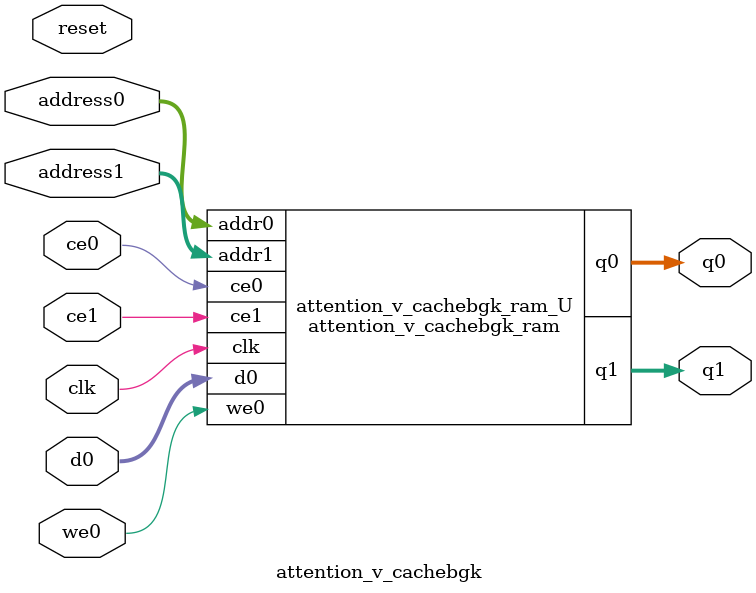
<source format=v>
`timescale 1 ns / 1 ps
module attention_v_cachebgk_ram (addr0, ce0, d0, we0, q0, addr1, ce1, q1,  clk);

parameter DWIDTH = 38;
parameter AWIDTH = 10;
parameter MEM_SIZE = 576;

input[AWIDTH-1:0] addr0;
input ce0;
input[DWIDTH-1:0] d0;
input we0;
output reg[DWIDTH-1:0] q0;
input[AWIDTH-1:0] addr1;
input ce1;
output reg[DWIDTH-1:0] q1;
input clk;

(* ram_style = "block" *)reg [DWIDTH-1:0] ram[0:MEM_SIZE-1];




always @(posedge clk)  
begin 
    if (ce0) begin
        if (we0) 
            ram[addr0] <= d0; 
        q0 <= ram[addr0];
    end
end


always @(posedge clk)  
begin 
    if (ce1) begin
        q1 <= ram[addr1];
    end
end


endmodule

`timescale 1 ns / 1 ps
module attention_v_cachebgk(
    reset,
    clk,
    address0,
    ce0,
    we0,
    d0,
    q0,
    address1,
    ce1,
    q1);

parameter DataWidth = 32'd38;
parameter AddressRange = 32'd576;
parameter AddressWidth = 32'd10;
input reset;
input clk;
input[AddressWidth - 1:0] address0;
input ce0;
input we0;
input[DataWidth - 1:0] d0;
output[DataWidth - 1:0] q0;
input[AddressWidth - 1:0] address1;
input ce1;
output[DataWidth - 1:0] q1;



attention_v_cachebgk_ram attention_v_cachebgk_ram_U(
    .clk( clk ),
    .addr0( address0 ),
    .ce0( ce0 ),
    .we0( we0 ),
    .d0( d0 ),
    .q0( q0 ),
    .addr1( address1 ),
    .ce1( ce1 ),
    .q1( q1 ));

endmodule


</source>
